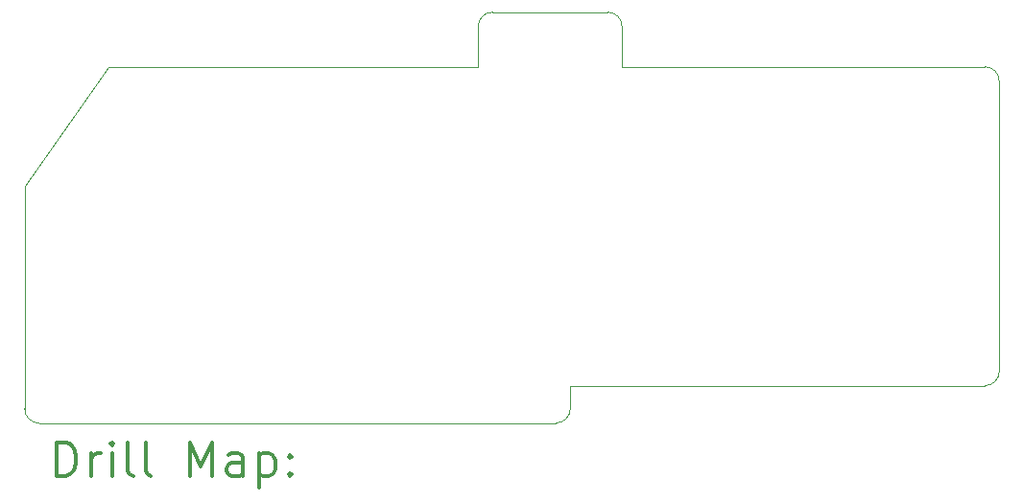
<source format=gbr>
%FSLAX45Y45*%
G04 Gerber Fmt 4.5, Leading zero omitted, Abs format (unit mm)*
G04 Created by KiCad (PCBNEW (5.1.9)-1) date 2021-04-19 08:10:03*
%MOMM*%
%LPD*%
G01*
G04 APERTURE LIST*
%TA.AperFunction,Profile*%
%ADD10C,0.050000*%
%TD*%
%ADD11C,0.200000*%
%ADD12C,0.300000*%
G04 APERTURE END LIST*
D10*
X10709656Y-10312400D02*
X13970000Y-10312400D01*
X9969500Y-11366500D02*
X10709656Y-10312400D01*
X10096500Y-13462000D02*
G75*
G02*
X9969500Y-13335000I0J127000D01*
G01*
X14782800Y-13335000D02*
G75*
G02*
X14655800Y-13462000I-127000J0D01*
G01*
X18567400Y-13004800D02*
G75*
G02*
X18440400Y-13131800I-127000J0D01*
G01*
X18440400Y-10312400D02*
G75*
G02*
X18567400Y-10439400I0J-127000D01*
G01*
X15113000Y-9829800D02*
G75*
G02*
X15240000Y-9956800I0J-127000D01*
G01*
X13970000Y-9956800D02*
G75*
G02*
X14097000Y-9829800I127000J0D01*
G01*
X14655800Y-13462000D02*
X14414500Y-13462000D01*
X14097000Y-9829800D02*
X15113000Y-9829800D01*
X14782800Y-13131800D02*
X14782800Y-13335000D01*
X14782800Y-13131800D02*
X18440400Y-13131800D01*
X18567400Y-10439400D02*
X18567400Y-13004800D01*
X15240000Y-10312400D02*
X15240000Y-9956800D01*
X15240000Y-10312400D02*
X18440400Y-10312400D01*
X13970000Y-10312400D02*
X13970000Y-9956800D01*
X9969500Y-13335000D02*
X9969500Y-11366500D01*
X10096500Y-13462000D02*
X14414500Y-13462000D01*
D11*
D12*
X10253428Y-13930214D02*
X10253428Y-13630214D01*
X10324857Y-13630214D01*
X10367714Y-13644500D01*
X10396286Y-13673071D01*
X10410571Y-13701643D01*
X10424857Y-13758786D01*
X10424857Y-13801643D01*
X10410571Y-13858786D01*
X10396286Y-13887357D01*
X10367714Y-13915929D01*
X10324857Y-13930214D01*
X10253428Y-13930214D01*
X10553428Y-13930214D02*
X10553428Y-13730214D01*
X10553428Y-13787357D02*
X10567714Y-13758786D01*
X10582000Y-13744500D01*
X10610571Y-13730214D01*
X10639143Y-13730214D01*
X10739143Y-13930214D02*
X10739143Y-13730214D01*
X10739143Y-13630214D02*
X10724857Y-13644500D01*
X10739143Y-13658786D01*
X10753428Y-13644500D01*
X10739143Y-13630214D01*
X10739143Y-13658786D01*
X10924857Y-13930214D02*
X10896286Y-13915929D01*
X10882000Y-13887357D01*
X10882000Y-13630214D01*
X11082000Y-13930214D02*
X11053428Y-13915929D01*
X11039143Y-13887357D01*
X11039143Y-13630214D01*
X11424857Y-13930214D02*
X11424857Y-13630214D01*
X11524857Y-13844500D01*
X11624857Y-13630214D01*
X11624857Y-13930214D01*
X11896286Y-13930214D02*
X11896286Y-13773071D01*
X11882000Y-13744500D01*
X11853428Y-13730214D01*
X11796286Y-13730214D01*
X11767714Y-13744500D01*
X11896286Y-13915929D02*
X11867714Y-13930214D01*
X11796286Y-13930214D01*
X11767714Y-13915929D01*
X11753428Y-13887357D01*
X11753428Y-13858786D01*
X11767714Y-13830214D01*
X11796286Y-13815929D01*
X11867714Y-13815929D01*
X11896286Y-13801643D01*
X12039143Y-13730214D02*
X12039143Y-14030214D01*
X12039143Y-13744500D02*
X12067714Y-13730214D01*
X12124857Y-13730214D01*
X12153428Y-13744500D01*
X12167714Y-13758786D01*
X12182000Y-13787357D01*
X12182000Y-13873071D01*
X12167714Y-13901643D01*
X12153428Y-13915929D01*
X12124857Y-13930214D01*
X12067714Y-13930214D01*
X12039143Y-13915929D01*
X12310571Y-13901643D02*
X12324857Y-13915929D01*
X12310571Y-13930214D01*
X12296286Y-13915929D01*
X12310571Y-13901643D01*
X12310571Y-13930214D01*
X12310571Y-13744500D02*
X12324857Y-13758786D01*
X12310571Y-13773071D01*
X12296286Y-13758786D01*
X12310571Y-13744500D01*
X12310571Y-13773071D01*
M02*

</source>
